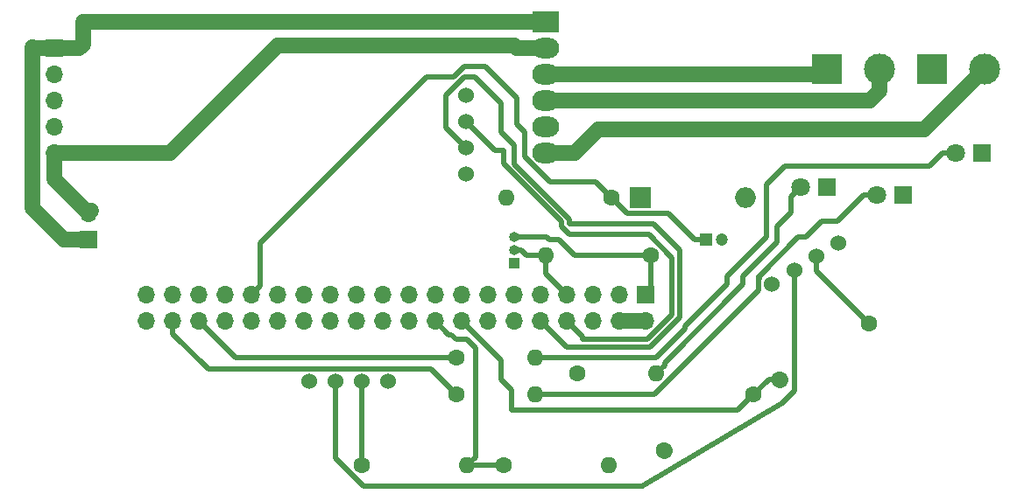
<source format=gbr>
G04 #@! TF.GenerationSoftware,KiCad,Pcbnew,(5.0.2)-1*
G04 #@! TF.CreationDate,2021-03-21T08:53:34+01:00*
G04 #@! TF.ProjectId,Radmesser,5261646d-6573-4736-9572-2e6b69636164,rev?*
G04 #@! TF.SameCoordinates,Original*
G04 #@! TF.FileFunction,Copper,L1,Top*
G04 #@! TF.FilePolarity,Positive*
%FSLAX46Y46*%
G04 Gerber Fmt 4.6, Leading zero omitted, Abs format (unit mm)*
G04 Created by KiCad (PCBNEW (5.0.2)-1) date 21.03.2021 08:53:34*
%MOMM*%
%LPD*%
G01*
G04 APERTURE LIST*
G04 #@! TA.AperFunction,ComponentPad*
%ADD10C,1.600000*%
G04 #@! TD*
G04 #@! TA.AperFunction,ComponentPad*
%ADD11O,1.600000X1.600000*%
G04 #@! TD*
G04 #@! TA.AperFunction,ComponentPad*
%ADD12C,1.530000*%
G04 #@! TD*
G04 #@! TA.AperFunction,ComponentPad*
%ADD13R,1.800000X1.800000*%
G04 #@! TD*
G04 #@! TA.AperFunction,ComponentPad*
%ADD14C,1.800000*%
G04 #@! TD*
G04 #@! TA.AperFunction,ComponentPad*
%ADD15O,1.000000X1.000000*%
G04 #@! TD*
G04 #@! TA.AperFunction,ComponentPad*
%ADD16R,1.000000X1.000000*%
G04 #@! TD*
G04 #@! TA.AperFunction,ComponentPad*
%ADD17C,1.200000*%
G04 #@! TD*
G04 #@! TA.AperFunction,ComponentPad*
%ADD18R,1.200000X1.200000*%
G04 #@! TD*
G04 #@! TA.AperFunction,Conductor*
%ADD19C,1.600000*%
G04 #@! TD*
G04 #@! TA.AperFunction,ComponentPad*
%ADD20O,2.000000X2.000000*%
G04 #@! TD*
G04 #@! TA.AperFunction,ComponentPad*
%ADD21R,2.000000X2.000000*%
G04 #@! TD*
G04 #@! TA.AperFunction,ComponentPad*
%ADD22O,1.700000X1.700000*%
G04 #@! TD*
G04 #@! TA.AperFunction,ComponentPad*
%ADD23R,1.700000X1.700000*%
G04 #@! TD*
G04 #@! TA.AperFunction,ComponentPad*
%ADD24O,2.600000X2.000000*%
G04 #@! TD*
G04 #@! TA.AperFunction,ComponentPad*
%ADD25R,2.600000X2.000000*%
G04 #@! TD*
G04 #@! TA.AperFunction,ComponentPad*
%ADD26R,3.000000X3.000000*%
G04 #@! TD*
G04 #@! TA.AperFunction,ComponentPad*
%ADD27C,3.000000*%
G04 #@! TD*
G04 #@! TA.AperFunction,Conductor*
%ADD28C,0.500000*%
G04 #@! TD*
G04 #@! TA.AperFunction,Conductor*
%ADD29C,1.500000*%
G04 #@! TD*
G04 APERTURE END LIST*
D10*
G04 #@! TO.P,R6,1*
G04 #@! TO.N,Net-(J1-Pad12)*
X188722000Y-124460000D03*
D11*
G04 #@! TO.P,R6,2*
G04 #@! TO.N,Net-(Dgrun1-Pad2)*
X196342000Y-124460000D03*
G04 #@! TD*
D12*
G04 #@! TO.P,Uvorne1,2*
G04 #@! TO.N,Net-(J1-Pad22)*
X165354000Y-125222000D03*
G04 #@! TO.P,Uvorne1,3*
G04 #@! TO.N,Net-(R4-Pad1)*
X167894000Y-125222000D03*
G04 #@! TO.P,Uvorne1,4*
G04 #@! TO.N,GND*
X170434000Y-125222001D03*
G04 #@! TO.P,Uvorne1,1*
G04 #@! TO.N,Net-(D4-Pad1)*
X162814000Y-125221999D03*
G04 #@! TD*
G04 #@! TO.P,Uhinten2,1*
G04 #@! TO.N,Net-(D4-Pad1)*
X207518938Y-115810994D03*
G04 #@! TO.P,Uhinten2,4*
G04 #@! TO.N,GND*
X213981062Y-111773006D03*
G04 #@! TO.P,Uhinten2,3*
G04 #@! TO.N,Net-(R2-Pad1)*
X211827021Y-113119003D03*
G04 #@! TO.P,Uhinten2,2*
G04 #@! TO.N,Net-(J1-Pad22)*
X209672979Y-114464997D03*
G04 #@! TD*
D13*
G04 #@! TO.P,Drot2,1*
G04 #@! TO.N,GND*
X220218000Y-107188000D03*
D14*
G04 #@! TO.P,Drot2,2*
G04 #@! TO.N,Net-(Drot2-Pad2)*
X217678000Y-107188000D03*
G04 #@! TD*
G04 #@! TO.P,Dgrun1,2*
G04 #@! TO.N,Net-(Dgrun1-Pad2)*
X210312000Y-106426000D03*
D13*
G04 #@! TO.P,Dgrun1,1*
G04 #@! TO.N,GND*
X212852000Y-106426000D03*
G04 #@! TD*
D15*
G04 #@! TO.P,U3,3*
G04 #@! TO.N,Net-(GPS1-Pad1)*
X182626000Y-111252000D03*
G04 #@! TO.P,U3,2*
G04 #@! TO.N,Net-(J1-Pad7)*
X182626000Y-112522000D03*
D16*
G04 #@! TO.P,U3,1*
G04 #@! TO.N,GND*
X182626000Y-113792000D03*
G04 #@! TD*
D17*
G04 #@! TO.P,SW1,2*
G04 #@! TO.N,Net-(J1-Pad17)*
X202668000Y-111506000D03*
D18*
G04 #@! TO.P,SW1,1*
G04 #@! TO.N,Net-(J1-Pad31)*
X201168000Y-111506000D03*
G04 #@! TD*
D10*
G04 #@! TO.P,R1,2*
G04 #@! TO.N,GND*
X197123831Y-131875980D03*
D19*
G04 #@! TD*
G04 #@! TO.N,GND*
G04 #@! TO.C,R1*
X197123831Y-131875980D02*
X197123831Y-131875980D01*
D10*
G04 #@! TO.P,R1,1*
G04 #@! TO.N,Net-(J1-Pad16)*
X205740000Y-126492000D03*
G04 #@! TD*
G04 #@! TO.P,R2,1*
G04 #@! TO.N,Net-(R2-Pad1)*
X216916000Y-119634000D03*
G04 #@! TO.P,R2,2*
G04 #@! TO.N,Net-(J1-Pad16)*
X208299831Y-125017980D03*
D19*
G04 #@! TD*
G04 #@! TO.N,Net-(J1-Pad16)*
G04 #@! TO.C,R2*
X208299831Y-125017980D02*
X208299831Y-125017980D01*
D11*
G04 #@! TO.P,R3,2*
G04 #@! TO.N,GND*
X191770000Y-133350000D03*
D10*
G04 #@! TO.P,R3,1*
G04 #@! TO.N,Net-(J1-Pad18)*
X181610000Y-133350000D03*
G04 #@! TD*
G04 #@! TO.P,R4,1*
G04 #@! TO.N,Net-(R4-Pad1)*
X167894000Y-133350000D03*
D11*
G04 #@! TO.P,R4,2*
G04 #@! TO.N,Net-(J1-Pad18)*
X178054000Y-133350000D03*
G04 #@! TD*
G04 #@! TO.P,R7,2*
G04 #@! TO.N,Net-(J1-Pad7)*
X185674000Y-113030000D03*
D10*
G04 #@! TO.P,R7,1*
G04 #@! TO.N,Net-(GPS1-Pad1)*
X195834000Y-113030000D03*
G04 #@! TD*
G04 #@! TO.P,R8,1*
G04 #@! TO.N,Net-(J1-Pad31)*
X192024000Y-107442000D03*
D11*
G04 #@! TO.P,R8,2*
G04 #@! TO.N,GND*
X181864000Y-107442000D03*
G04 #@! TD*
D14*
G04 #@! TO.P,Dgelb3,2*
G04 #@! TO.N,Net-(Dgelb3-Pad2)*
X225298000Y-103124000D03*
D13*
G04 #@! TO.P,Dgelb3,1*
G04 #@! TO.N,GND*
X227838000Y-103124000D03*
G04 #@! TD*
D11*
G04 #@! TO.P,R5,2*
G04 #@! TO.N,Net-(Drot2-Pad2)*
X184658000Y-126492000D03*
D10*
G04 #@! TO.P,R5,1*
G04 #@! TO.N,Net-(J1-Pad38)*
X177038000Y-126492000D03*
G04 #@! TD*
D11*
G04 #@! TO.P,R9,2*
G04 #@! TO.N,Net-(Dgelb3-Pad2)*
X184658000Y-122936000D03*
D10*
G04 #@! TO.P,R9,1*
G04 #@! TO.N,Net-(J1-Pad36)*
X177038000Y-122936000D03*
G04 #@! TD*
D20*
G04 #@! TO.P,D4,2*
G04 #@! TO.N,GND*
X204978000Y-107442000D03*
D21*
G04 #@! TO.P,D4,1*
G04 #@! TO.N,Net-(D4-Pad1)*
X194818000Y-107442000D03*
G04 #@! TD*
D22*
G04 #@! TO.P,J2,2*
G04 #@! TO.N,Net-(J2-Pad2)*
X141478000Y-108966000D03*
D23*
G04 #@! TO.P,J2,1*
G04 #@! TO.N,Net-(J2-Pad1)*
X141478000Y-111506000D03*
G04 #@! TD*
D12*
G04 #@! TO.P,GPS1,2*
G04 #@! TO.N,Net-(GPS1-Pad2)*
X178000000Y-100076000D03*
G04 #@! TO.P,GPS1,3*
G04 #@! TO.N,Net-(GPS1-Pad3)*
X178000000Y-102616000D03*
G04 #@! TO.P,GPS1,4*
G04 #@! TO.N,GND*
X178000000Y-105156000D03*
G04 #@! TO.P,GPS1,1*
G04 #@! TO.N,Net-(GPS1-Pad1)*
X178000000Y-97536000D03*
G04 #@! TD*
D24*
G04 #@! TO.P,U4,6*
G04 #@! TO.N,Net-(SW2-Pad2)*
X185674000Y-103124000D03*
G04 #@! TO.P,U4,5*
G04 #@! TO.N,GND*
X185674000Y-100584000D03*
G04 #@! TO.P,U4,4*
G04 #@! TO.N,Net-(J3-Pad2)*
X185674000Y-98044000D03*
G04 #@! TO.P,U4,3*
G04 #@! TO.N,Net-(J3-Pad1)*
X185674000Y-95504000D03*
G04 #@! TO.P,U4,2*
G04 #@! TO.N,Net-(J2-Pad2)*
X185674000Y-92964000D03*
D25*
G04 #@! TO.P,U4,1*
G04 #@! TO.N,Net-(J2-Pad1)*
X185674000Y-90424000D03*
G04 #@! TD*
D22*
G04 #@! TO.P,J1,40*
G04 #@! TO.N,Net-(J1-Pad40)*
X147066000Y-119380000D03*
G04 #@! TO.P,J1,39*
G04 #@! TO.N,GND*
X147066000Y-116840000D03*
G04 #@! TO.P,J1,38*
G04 #@! TO.N,Net-(J1-Pad38)*
X149606000Y-119380000D03*
G04 #@! TO.P,J1,37*
G04 #@! TO.N,Net-(J1-Pad37)*
X149606000Y-116840000D03*
G04 #@! TO.P,J1,36*
G04 #@! TO.N,Net-(J1-Pad36)*
X152146000Y-119380000D03*
G04 #@! TO.P,J1,35*
G04 #@! TO.N,Net-(J1-Pad35)*
X152146000Y-116840000D03*
G04 #@! TO.P,J1,34*
G04 #@! TO.N,GND*
X154686000Y-119380000D03*
G04 #@! TO.P,J1,33*
G04 #@! TO.N,Net-(J1-Pad33)*
X154686000Y-116840000D03*
G04 #@! TO.P,J1,32*
G04 #@! TO.N,Net-(J1-Pad32)*
X157226000Y-119380000D03*
G04 #@! TO.P,J1,31*
G04 #@! TO.N,Net-(J1-Pad31)*
X157226000Y-116840000D03*
G04 #@! TO.P,J1,30*
G04 #@! TO.N,GND*
X159766000Y-119380000D03*
G04 #@! TO.P,J1,29*
G04 #@! TO.N,Net-(J1-Pad29)*
X159766000Y-116840000D03*
G04 #@! TO.P,J1,28*
G04 #@! TO.N,Net-(J1-Pad28)*
X162306000Y-119380000D03*
G04 #@! TO.P,J1,27*
G04 #@! TO.N,Net-(J1-Pad27)*
X162306000Y-116840000D03*
G04 #@! TO.P,J1,26*
G04 #@! TO.N,Net-(J1-Pad26)*
X164846000Y-119380000D03*
G04 #@! TO.P,J1,25*
G04 #@! TO.N,GND*
X164846000Y-116840000D03*
G04 #@! TO.P,J1,24*
G04 #@! TO.N,Net-(J1-Pad24)*
X167386000Y-119380000D03*
G04 #@! TO.P,J1,23*
G04 #@! TO.N,Net-(J1-Pad23)*
X167386000Y-116840000D03*
G04 #@! TO.P,J1,22*
G04 #@! TO.N,Net-(J1-Pad22)*
X169926000Y-119380000D03*
G04 #@! TO.P,J1,21*
G04 #@! TO.N,Net-(J1-Pad21)*
X169926000Y-116840000D03*
G04 #@! TO.P,J1,20*
G04 #@! TO.N,GND*
X172466000Y-119380000D03*
G04 #@! TO.P,J1,19*
G04 #@! TO.N,Net-(J1-Pad19)*
X172466000Y-116840000D03*
G04 #@! TO.P,J1,18*
G04 #@! TO.N,Net-(J1-Pad18)*
X175006000Y-119380000D03*
G04 #@! TO.P,J1,17*
G04 #@! TO.N,Net-(J1-Pad17)*
X175006000Y-116840000D03*
G04 #@! TO.P,J1,16*
G04 #@! TO.N,Net-(J1-Pad16)*
X177546000Y-119380000D03*
G04 #@! TO.P,J1,15*
G04 #@! TO.N,Net-(J1-Pad15)*
X177546000Y-116840000D03*
G04 #@! TO.P,J1,14*
G04 #@! TO.N,GND*
X180086000Y-119380000D03*
G04 #@! TO.P,J1,13*
G04 #@! TO.N,Net-(J1-Pad13)*
X180086000Y-116840000D03*
G04 #@! TO.P,J1,12*
G04 #@! TO.N,Net-(J1-Pad12)*
X182626000Y-119380000D03*
G04 #@! TO.P,J1,11*
G04 #@! TO.N,Net-(J1-Pad11)*
X182626000Y-116840000D03*
G04 #@! TO.P,J1,10*
G04 #@! TO.N,Net-(GPS1-Pad3)*
X185166000Y-119380000D03*
G04 #@! TO.P,J1,9*
G04 #@! TO.N,GND*
X185166000Y-116840000D03*
G04 #@! TO.P,J1,8*
G04 #@! TO.N,Net-(GPS1-Pad2)*
X187706000Y-119380000D03*
G04 #@! TO.P,J1,7*
G04 #@! TO.N,Net-(J1-Pad7)*
X187706000Y-116840000D03*
G04 #@! TO.P,J1,6*
G04 #@! TO.N,GND*
X190246000Y-119380000D03*
G04 #@! TO.P,J1,5*
G04 #@! TO.N,Net-(J1-Pad5)*
X190246000Y-116840000D03*
G04 #@! TO.P,J1,4*
G04 #@! TO.N,Net-(D4-Pad1)*
X192786000Y-119380000D03*
G04 #@! TO.P,J1,3*
G04 #@! TO.N,Net-(J1-Pad3)*
X192786000Y-116840000D03*
G04 #@! TO.P,J1,2*
G04 #@! TO.N,Net-(D4-Pad1)*
X195326000Y-119380000D03*
D23*
G04 #@! TO.P,J1,1*
G04 #@! TO.N,Net-(GPS1-Pad1)*
X195326000Y-116840000D03*
G04 #@! TD*
D26*
G04 #@! TO.P,J3,1*
G04 #@! TO.N,Net-(J3-Pad1)*
X212852000Y-94996000D03*
D27*
G04 #@! TO.P,J3,2*
G04 #@! TO.N,Net-(J3-Pad2)*
X217932000Y-94996000D03*
G04 #@! TD*
G04 #@! TO.P,SW2,2*
G04 #@! TO.N,Net-(SW2-Pad2)*
X228092000Y-94996000D03*
D26*
G04 #@! TO.P,SW2,1*
G04 #@! TO.N,Net-(D4-Pad1)*
X223012000Y-94996000D03*
G04 #@! TD*
D22*
G04 #@! TO.P,J4,5*
G04 #@! TO.N,Net-(J2-Pad2)*
X138176000Y-103124000D03*
G04 #@! TO.P,J4,4*
G04 #@! TO.N,Net-(J4-Pad4)*
X138176000Y-100584000D03*
G04 #@! TO.P,J4,3*
G04 #@! TO.N,Net-(J4-Pad3)*
X138176000Y-98044000D03*
G04 #@! TO.P,J4,2*
G04 #@! TO.N,Net-(J4-Pad2)*
X138176000Y-95504000D03*
D23*
G04 #@! TO.P,J4,1*
G04 #@! TO.N,Net-(J2-Pad1)*
X138176000Y-92964000D03*
G04 #@! TD*
D28*
G04 #@! TO.N,Net-(Dgrun1-Pad2)*
X197141999Y-123660001D02*
X196342000Y-124460000D01*
X197141999Y-123399769D02*
X197141999Y-123660001D01*
X204717768Y-115824000D02*
X197141999Y-123399769D01*
X204717768Y-115068232D02*
X204717768Y-115824000D01*
X209412001Y-107325999D02*
X209412001Y-108849999D01*
X210312000Y-106426000D02*
X209412001Y-107325999D01*
X209412001Y-108849999D02*
X208026000Y-110236000D01*
X208026000Y-111760000D02*
X204717768Y-115068232D01*
X208026000Y-110236000D02*
X208026000Y-111760000D01*
G04 #@! TO.N,Net-(Drot2-Pad2)*
X196160002Y-126492000D02*
X206248000Y-116404002D01*
X184658000Y-126492000D02*
X196160002Y-126492000D01*
X206248000Y-115062000D02*
X206248000Y-115570000D01*
X206248000Y-116404002D02*
X206248000Y-115570000D01*
X216405208Y-107188000D02*
X217678000Y-107188000D01*
X213865208Y-109728000D02*
X216405208Y-107188000D01*
X212344000Y-109728000D02*
X213865208Y-109728000D01*
X206248000Y-115283730D02*
X206280270Y-115283730D01*
X206248000Y-115570000D02*
X206248000Y-115283730D01*
X206280270Y-115283730D02*
X206280270Y-115029730D01*
X206280270Y-115029730D02*
X210058000Y-111252000D01*
X210058000Y-111252000D02*
X210820000Y-111252000D01*
X210820000Y-111252000D02*
X212344000Y-109728000D01*
G04 #@! TO.N,Net-(GPS1-Pad2)*
X187960000Y-110998000D02*
X187198000Y-110236000D01*
X189230000Y-120904000D02*
X189230000Y-121158000D01*
X187706000Y-119380000D02*
X189230000Y-120904000D01*
X189230000Y-121158000D02*
X195472002Y-121158000D01*
X195652002Y-110998000D02*
X187960000Y-110998000D01*
X195472002Y-121158000D02*
X197866000Y-118764002D01*
X197866000Y-118764002D02*
X197866000Y-113211998D01*
X197866000Y-113211998D02*
X195652002Y-110998000D01*
X181610000Y-102870000D02*
X181610000Y-104140000D01*
X187198000Y-109728000D02*
X187198000Y-110236000D01*
X181610000Y-104140000D02*
X187198000Y-109728000D01*
X180794000Y-102870000D02*
X178000000Y-100076000D01*
X181610000Y-102870000D02*
X180794000Y-102870000D01*
G04 #@! TO.N,Net-(GPS1-Pad1)*
X195834000Y-116332000D02*
X195326000Y-116840000D01*
X195834000Y-113030000D02*
X195834000Y-116332000D01*
X186944000Y-111506000D02*
X188468000Y-113030000D01*
X188468000Y-113030000D02*
X195834000Y-113030000D01*
X186000002Y-111506000D02*
X186944000Y-111506000D01*
X185746002Y-111252000D02*
X186000002Y-111506000D01*
X182626000Y-111252000D02*
X185746002Y-111252000D01*
G04 #@! TO.N,Net-(J1-Pad36)*
X155702000Y-122936000D02*
X177038000Y-122936000D01*
X152146000Y-119380000D02*
X155702000Y-122936000D01*
G04 #@! TO.N,Net-(J1-Pad22)*
X165354000Y-132660002D02*
X168075998Y-135382000D01*
X165354000Y-125222000D02*
X165354000Y-132660002D01*
X195009565Y-135382000D02*
X208500652Y-127287348D01*
X168075998Y-135382000D02*
X195009565Y-135382000D01*
X209672979Y-126115021D02*
X209672979Y-114464997D01*
X208500652Y-127287348D02*
X209672979Y-126115021D01*
G04 #@! TO.N,Net-(J1-Pad18)*
X178054000Y-133350000D02*
X181610000Y-133350000D01*
X176306001Y-120680001D02*
X176560001Y-120680001D01*
X175006000Y-119380000D02*
X176306001Y-120680001D01*
X176560001Y-120680001D02*
X177038000Y-121158000D01*
X177038000Y-121158000D02*
X178054000Y-121158000D01*
X178853999Y-132550001D02*
X178054000Y-133350000D01*
X178853999Y-121957999D02*
X178853999Y-132550001D01*
X178054000Y-121158000D02*
X178853999Y-121957999D01*
G04 #@! TO.N,Net-(J1-Pad16)*
X177546000Y-119380000D02*
X181356000Y-123190000D01*
X181356000Y-125040002D02*
X182372000Y-126056002D01*
X181356000Y-123190000D02*
X181356000Y-125040002D01*
X182372000Y-126056002D02*
X182372000Y-128016000D01*
X204216000Y-128016000D02*
X205740000Y-126492000D01*
X182372000Y-128016000D02*
X204216000Y-128016000D01*
X207214020Y-125017980D02*
X205740000Y-126492000D01*
X208299831Y-125017980D02*
X207214020Y-125017980D01*
G04 #@! TO.N,Net-(J1-Pad7)*
X185674000Y-114808000D02*
X187706000Y-116840000D01*
X185674000Y-113030000D02*
X185674000Y-114808000D01*
X185674000Y-113030000D02*
X184542630Y-113030000D01*
X183841106Y-113030000D02*
X184542630Y-113030000D01*
X183333106Y-112522000D02*
X183841106Y-113030000D01*
X182626000Y-112522000D02*
X183333106Y-112522000D01*
G04 #@! TO.N,Net-(R2-Pad1)*
X211827021Y-114545021D02*
X216916000Y-119634000D01*
X211827021Y-113119003D02*
X211827021Y-114545021D01*
G04 #@! TO.N,Net-(R4-Pad1)*
X167894000Y-125222000D02*
X167894000Y-133350000D01*
G04 #@! TO.N,Net-(GPS1-Pad3)*
X182626000Y-104166038D02*
X182626000Y-102362000D01*
X187960000Y-109982000D02*
X187960000Y-109500038D01*
X187706000Y-121920000D02*
X195699965Y-121920000D01*
X185166000Y-119380000D02*
X187706000Y-121920000D01*
X195699965Y-121920000D02*
X198628000Y-118991965D01*
X187960000Y-109500038D02*
X182626000Y-104166038D01*
X198628000Y-112522000D02*
X196088000Y-109982000D01*
X198628000Y-118991965D02*
X198628000Y-112522000D01*
X196088000Y-109982000D02*
X187960000Y-109982000D01*
X182626000Y-102362000D02*
X181356000Y-101092000D01*
X181356000Y-101092000D02*
X181356000Y-98298000D01*
X181356000Y-98298000D02*
X178816000Y-95758000D01*
X177773962Y-95758000D02*
X175995962Y-97536000D01*
X178816000Y-95758000D02*
X177773962Y-95758000D01*
X175995962Y-100611962D02*
X178000000Y-102616000D01*
X175995962Y-97536000D02*
X175995962Y-100611962D01*
G04 #@! TO.N,Net-(Dgelb3-Pad2)*
X196342000Y-122936000D02*
X184658000Y-122936000D01*
X199136000Y-120142000D02*
X196342000Y-122936000D01*
X203200000Y-115824000D02*
X199136000Y-119888000D01*
X199136000Y-119888000D02*
X199136000Y-120142000D01*
X224025208Y-103124000D02*
X222755208Y-104394000D01*
X222755208Y-104394000D02*
X208788000Y-104394000D01*
X208788000Y-104394000D02*
X207010000Y-106172000D01*
X207010000Y-106172000D02*
X207010000Y-111252000D01*
X203200000Y-115062000D02*
X203200000Y-115824000D01*
X207010000Y-111252000D02*
X203200000Y-115062000D01*
X225298000Y-103124000D02*
X224025208Y-103124000D01*
G04 #@! TO.N,Net-(J1-Pad31)*
X156888000Y-116840000D02*
X157226000Y-116840000D01*
X192823999Y-108258001D02*
X193531998Y-108966000D01*
X192024000Y-107442000D02*
X192823999Y-108241999D01*
X192823999Y-108241999D02*
X192823999Y-108258001D01*
X200068000Y-111506000D02*
X201168000Y-111506000D01*
X197528000Y-108966000D02*
X200068000Y-111506000D01*
X193531998Y-108966000D02*
X197528000Y-108966000D01*
X190500000Y-105918000D02*
X192024000Y-107442000D01*
X186117377Y-105918000D02*
X190500000Y-105918000D01*
X183642000Y-101092000D02*
X183642000Y-103442623D01*
X182880000Y-100330000D02*
X183642000Y-101092000D01*
X182880000Y-97790000D02*
X182880000Y-100330000D01*
X179832000Y-94742000D02*
X182880000Y-97790000D01*
X158075999Y-115990001D02*
X158075999Y-111808036D01*
X157226000Y-116840000D02*
X158075999Y-115990001D01*
X158075999Y-111808036D02*
X174126035Y-95758000D01*
X183642000Y-103442623D02*
X186117377Y-105918000D01*
X174126035Y-95758000D02*
X176784000Y-95758000D01*
X176784000Y-95758000D02*
X177800000Y-94742000D01*
X177800000Y-94742000D02*
X179832000Y-94742000D01*
G04 #@! TO.N,Net-(J1-Pad38)*
X176238001Y-125692001D02*
X177038000Y-126492000D01*
X174552998Y-124006998D02*
X176238001Y-125692001D01*
X153030917Y-124006998D02*
X174552998Y-124006998D01*
X149606000Y-120582081D02*
X153030917Y-124006998D01*
X149606000Y-119380000D02*
X149606000Y-120582081D01*
D29*
G04 #@! TO.N,Net-(D4-Pad1)*
X192786000Y-119380000D02*
X195326000Y-119380000D01*
G04 #@! TO.N,Net-(J2-Pad2)*
X141732000Y-108712000D02*
X141478000Y-108966000D01*
X149352000Y-103124000D02*
X138176000Y-103124000D01*
X159766000Y-92710000D02*
X149352000Y-103124000D01*
X182620000Y-92710000D02*
X159766000Y-92710000D01*
X185674000Y-92964000D02*
X182874000Y-92964000D01*
X182874000Y-92964000D02*
X182620000Y-92710000D01*
X138176000Y-105664000D02*
X141478000Y-108966000D01*
X138176000Y-103124000D02*
X138176000Y-105664000D01*
G04 #@! TO.N,Net-(J2-Pad1)*
X141205998Y-111506000D02*
X141478000Y-111506000D01*
X185674000Y-90424000D02*
X152400000Y-90424000D01*
X140926000Y-90424000D02*
X152400000Y-90424000D01*
X139128000Y-111506000D02*
X141478000Y-111506000D01*
X136025010Y-108403010D02*
X139128000Y-111506000D01*
X136025010Y-92850988D02*
X136025010Y-108403010D01*
X136138022Y-92964000D02*
X136025010Y-92850988D01*
X138176000Y-92964000D02*
X136138022Y-92964000D01*
X140926000Y-92564000D02*
X140926000Y-90424000D01*
X140526000Y-92964000D02*
X140926000Y-92564000D01*
X138176000Y-92964000D02*
X140526000Y-92964000D01*
G04 #@! TO.N,Net-(J3-Pad1)*
X212344000Y-95504000D02*
X212852000Y-94996000D01*
X185674000Y-95504000D02*
X212344000Y-95504000D01*
G04 #@! TO.N,Net-(J3-Pad2)*
X213360000Y-98044000D02*
X185674000Y-98044000D01*
X217932000Y-97117320D02*
X217005320Y-98044000D01*
X217932000Y-94996000D02*
X217932000Y-97117320D01*
X217005320Y-98044000D02*
X213360000Y-98044000D01*
G04 #@! TO.N,Net-(SW2-Pad2)*
X222250000Y-100838000D02*
X228092000Y-94996000D01*
X190760000Y-100838000D02*
X222250000Y-100838000D01*
X185674000Y-103124000D02*
X188474000Y-103124000D01*
X188474000Y-103124000D02*
X190760000Y-100838000D01*
G04 #@! TD*
M02*

</source>
